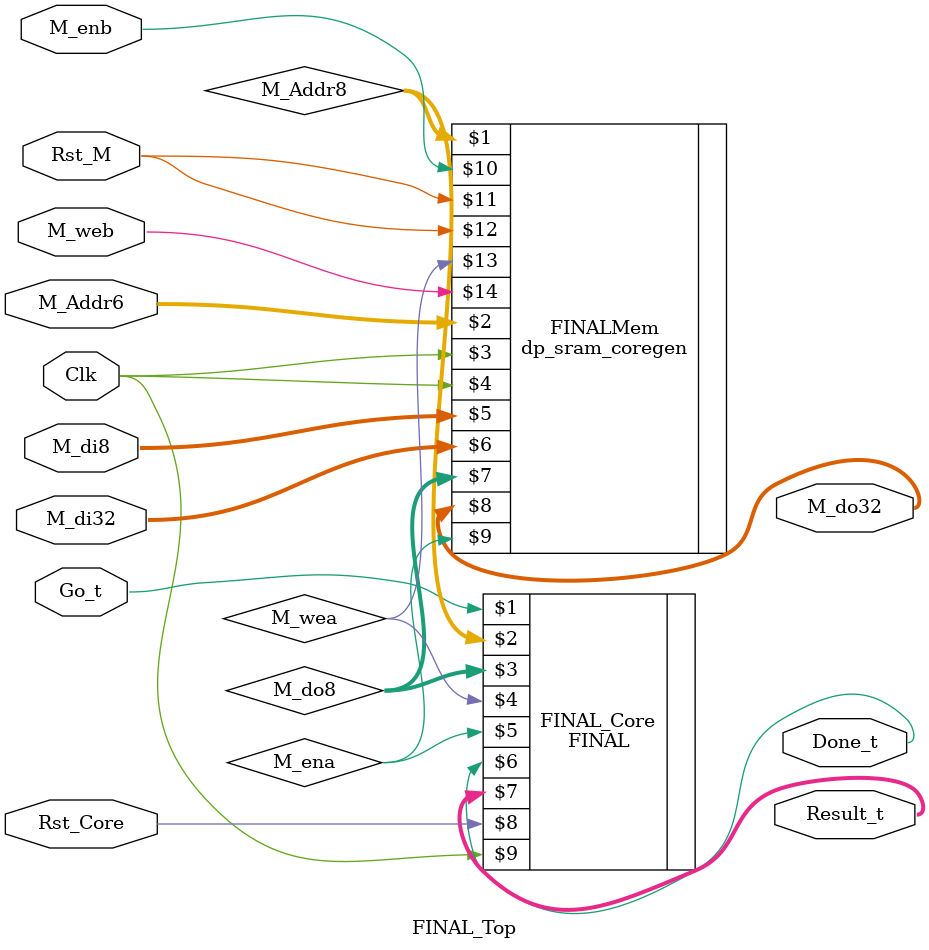
<source format=v>
`timescale 1 ns/1 ns
`define A_WIDTH 8
`define D_WIDTH 8

module FINAL_Top(Go_t, Done_t, Result_t, Rst_Core, M_di32, M_di8,
									M_do32, M_Addr6, M_enb, M_web, Rst_M, Clk);

//FINAL_Core Interface
input Go_t;
output Done_t;
output [19:0] Result_t;
input Rst_Core;

//Dual-port SRAM Interface
input [31:0] M_di32;
input [7:0] M_di8;
output [31:0] M_do32;
input [5:0] M_Addr6;
input M_enb, M_web;
input Rst_M;

//Interface between FIANL_Core and Dual_port SRAM
wire [(`D_WIDTH-1):0] M_do8;
wire [(`A_WIDTH-1):0] M_Addr8;
wire M_ena, M_wea;

//Common Interface
input Clk;

FINAL FINAL_Core(Go_t, M_Addr8, M_do8, M_wea, M_ena, Done_t, Result_t, Rst_Core, Clk);

dp_sram_coregen FINALMem(
	M_Addr8,
	M_Addr6,
	Clk,
	Clk,
	M_di8,
	M_di32,
	M_do8,
	M_do32,
	M_ena,
	M_enb,
	Rst_M,
	Rst_M,
	M_wea,
	M_web);

endmodule
</source>
